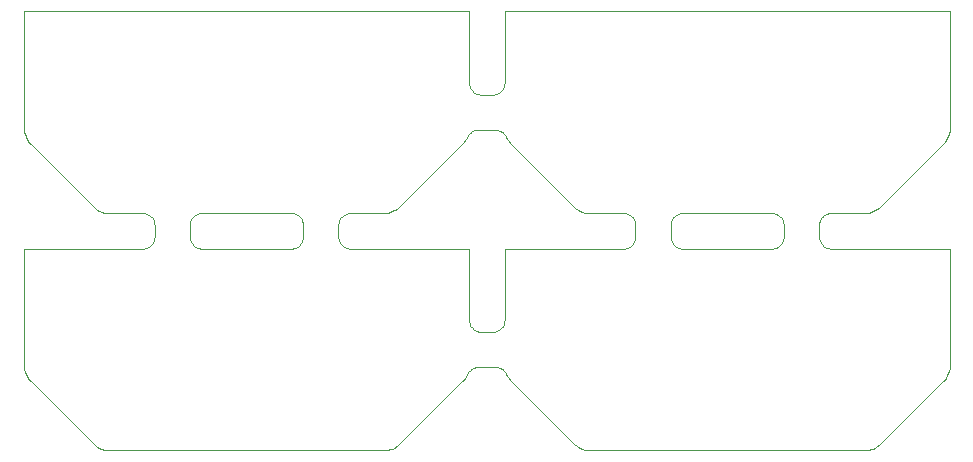
<source format=gbr>
G04 #@! TF.GenerationSoftware,KiCad,Pcbnew,5.1.5+dfsg1-2build2*
G04 #@! TF.CreationDate,2021-02-18T17:25:55-08:00*
G04 #@! TF.ProjectId,panel,70616e65-6c2e-46b6-9963-61645f706362,rev?*
G04 #@! TF.SameCoordinates,Original*
G04 #@! TF.FileFunction,Profile,NP*
%FSLAX46Y46*%
G04 Gerber Fmt 4.6, Leading zero omitted, Abs format (unit mm)*
G04 Created by KiCad (PCBNEW 5.1.5+dfsg1-2build2) date 2021-02-18 17:25:55*
%MOMM*%
%LPD*%
G04 APERTURE LIST*
G04 #@! TA.AperFunction,Profile*
%ADD10C,0.100000*%
G04 #@! TD*
G04 APERTURE END LIST*
D10*
X72644400Y-70082900D02*
X65059100Y-70082900D01*
X72741700Y-70078100D02*
X72644400Y-70082900D01*
X72837800Y-70063900D02*
X72741700Y-70078100D01*
X72932100Y-70040300D02*
X72837800Y-70063900D01*
X73023500Y-70007500D02*
X72932100Y-70040300D01*
X73111400Y-69966000D02*
X73023500Y-70007500D01*
X73194700Y-69916000D02*
X73111400Y-69966000D01*
X73272700Y-69858200D02*
X73194700Y-69916000D01*
X73344700Y-69792900D02*
X73272700Y-69858200D01*
X73410000Y-69720900D02*
X73344700Y-69792900D01*
X73467800Y-69642900D02*
X73410000Y-69720900D01*
X73517800Y-69559600D02*
X73467800Y-69642900D01*
X73559300Y-69471800D02*
X73517800Y-69559600D01*
X73592000Y-69380300D02*
X73559300Y-69471800D01*
X73615600Y-69286000D02*
X73592000Y-69380300D01*
X73629900Y-69189900D02*
X73615600Y-69286000D01*
X73634700Y-69092700D02*
X73629900Y-69189900D01*
X73634700Y-68074000D02*
X73634700Y-69092700D01*
X73629900Y-67976700D02*
X73634700Y-68074000D01*
X73615600Y-67880600D02*
X73629900Y-67976700D01*
X73592000Y-67786400D02*
X73615600Y-67880600D01*
X73559300Y-67694900D02*
X73592000Y-67786400D01*
X73517800Y-67607100D02*
X73559300Y-67694900D01*
X73467900Y-67523800D02*
X73517800Y-67607100D01*
X73410000Y-67445700D02*
X73467900Y-67523800D01*
X73344800Y-67373700D02*
X73410000Y-67445700D01*
X73272800Y-67308500D02*
X73344800Y-67373700D01*
X73194800Y-67250600D02*
X73272800Y-67308500D01*
X73111400Y-67200700D02*
X73194800Y-67250600D01*
X73023600Y-67159100D02*
X73111400Y-67200700D01*
X72932200Y-67126400D02*
X73023600Y-67159100D01*
X72837900Y-67102800D02*
X72932200Y-67126400D01*
X72741900Y-67088500D02*
X72837900Y-67102800D01*
X72644600Y-67083700D02*
X72741900Y-67088500D01*
X65059200Y-67082600D02*
X72644600Y-67083700D01*
X64961900Y-67087300D02*
X65059200Y-67082600D01*
X64865800Y-67101600D02*
X64961900Y-67087300D01*
X64771600Y-67125200D02*
X64865800Y-67101600D01*
X64680100Y-67157900D02*
X64771600Y-67125200D01*
X64592300Y-67199400D02*
X64680100Y-67157900D01*
X64508900Y-67249400D02*
X64592300Y-67199400D01*
X64430900Y-67307200D02*
X64508900Y-67249400D01*
X64358900Y-67372500D02*
X64430900Y-67307200D01*
X64293600Y-67444500D02*
X64358900Y-67372500D01*
X64235700Y-67522500D02*
X64293600Y-67444500D01*
X64185800Y-67605800D02*
X64235700Y-67522500D01*
X64144200Y-67693700D02*
X64185800Y-67605800D01*
X64111500Y-67785200D02*
X64144200Y-67693700D01*
X64087900Y-67879400D02*
X64111500Y-67785200D01*
X64073600Y-67975500D02*
X64087900Y-67879400D01*
X64068800Y-68072800D02*
X64073600Y-67975500D01*
X64068800Y-69092700D02*
X64068800Y-68072800D01*
X64073600Y-69189900D02*
X64068800Y-69092700D01*
X64087900Y-69286000D02*
X64073600Y-69189900D01*
X64111500Y-69380300D02*
X64087900Y-69286000D01*
X64144200Y-69471800D02*
X64111500Y-69380300D01*
X64185700Y-69559600D02*
X64144200Y-69471800D01*
X64235700Y-69642900D02*
X64185700Y-69559600D01*
X64293600Y-69720900D02*
X64235700Y-69642900D01*
X64358800Y-69792900D02*
X64293600Y-69720900D01*
X64430800Y-69858200D02*
X64358800Y-69792900D01*
X64508800Y-69916000D02*
X64430800Y-69858200D01*
X64592200Y-69966000D02*
X64508800Y-69916000D01*
X64680000Y-70007500D02*
X64592200Y-69966000D01*
X64771500Y-70040300D02*
X64680000Y-70007500D01*
X64865700Y-70063900D02*
X64771500Y-70040300D01*
X64961800Y-70078100D02*
X64865700Y-70063900D01*
X65059100Y-70082900D02*
X64961800Y-70078100D01*
X87488100Y-60734200D02*
X87533600Y-60632300D01*
X87381200Y-60919400D02*
X87488100Y-60734200D01*
X87255200Y-61092200D02*
X87381200Y-60919400D01*
X87107900Y-61254900D02*
X87255200Y-61092200D01*
X81868200Y-66494500D02*
X87107900Y-61254900D01*
X81718300Y-66630300D02*
X81868200Y-66494500D01*
X81560100Y-66747600D02*
X81718300Y-66630300D01*
X81402700Y-66842300D02*
X81560100Y-66747600D01*
X81380900Y-66853900D02*
X81402700Y-66842300D01*
X81214600Y-66932300D02*
X81380900Y-66853900D01*
X81041200Y-66994600D02*
X81214600Y-66932300D01*
X81017600Y-67001800D02*
X81041200Y-66994600D01*
X80839200Y-67046200D02*
X81017600Y-67001800D01*
X80645000Y-67075000D02*
X80839200Y-67046200D01*
X80442500Y-67084900D02*
X80645000Y-67075000D01*
X77627100Y-67084500D02*
X80442500Y-67084900D01*
X77529800Y-67089200D02*
X77627100Y-67084500D01*
X77433700Y-67103500D02*
X77529800Y-67089200D01*
X77339400Y-67127100D02*
X77433700Y-67103500D01*
X77247900Y-67159800D02*
X77339400Y-67127100D01*
X77160100Y-67201300D02*
X77247900Y-67159800D01*
X77076800Y-67251300D02*
X77160100Y-67201300D01*
X76998700Y-67309100D02*
X77076800Y-67251300D01*
X76926700Y-67374400D02*
X76998700Y-67309100D01*
X76861500Y-67446400D02*
X76926700Y-67374400D01*
X76803600Y-67524400D02*
X76861500Y-67446400D01*
X76753600Y-67607800D02*
X76803600Y-67524400D01*
X76712100Y-67695600D02*
X76753600Y-67607800D01*
X76679300Y-67787100D02*
X76712100Y-67695600D01*
X76655700Y-67881300D02*
X76679300Y-67787100D01*
X76641500Y-67977400D02*
X76655700Y-67881300D01*
X76636700Y-68074700D02*
X76641500Y-67977400D01*
X76636700Y-69092700D02*
X76636700Y-68074700D01*
X76641500Y-69189900D02*
X76636700Y-69092700D01*
X76655700Y-69286000D02*
X76641500Y-69189900D01*
X76679300Y-69380300D02*
X76655700Y-69286000D01*
X76712100Y-69471800D02*
X76679300Y-69380300D01*
X76753600Y-69559600D02*
X76712100Y-69471800D01*
X76803500Y-69642900D02*
X76753600Y-69559600D01*
X76861400Y-69720900D02*
X76803500Y-69642900D01*
X76926700Y-69792900D02*
X76861400Y-69720900D01*
X76998600Y-69858200D02*
X76926700Y-69792900D01*
X77076700Y-69916000D02*
X76998600Y-69858200D01*
X77160000Y-69966000D02*
X77076700Y-69916000D01*
X77247800Y-70007500D02*
X77160000Y-69966000D01*
X77339300Y-70040300D02*
X77247800Y-70007500D01*
X77433500Y-70063900D02*
X77339300Y-70040300D01*
X77529600Y-70078100D02*
X77433500Y-70063900D01*
X77626900Y-70082900D02*
X77529600Y-70078100D01*
X87686000Y-70082900D02*
X77626900Y-70082900D01*
X87694000Y-70084400D02*
X87686000Y-70082900D01*
X87698500Y-70089400D02*
X87694000Y-70084400D01*
X87699600Y-70096500D02*
X87698500Y-70089400D01*
X87702600Y-76135100D02*
X87699600Y-70096500D01*
X87707400Y-76232400D02*
X87702600Y-76135100D01*
X87721700Y-76328400D02*
X87707400Y-76232400D01*
X87745400Y-76422600D02*
X87721700Y-76328400D01*
X87778100Y-76514100D02*
X87745400Y-76422600D01*
X87819700Y-76601800D02*
X87778100Y-76514100D01*
X87869600Y-76685100D02*
X87819700Y-76601800D01*
X87927500Y-76763100D02*
X87869600Y-76685100D01*
X87992700Y-76835100D02*
X87927500Y-76763100D01*
X88064700Y-76900300D02*
X87992700Y-76835100D01*
X88142700Y-76958100D02*
X88064700Y-76900300D01*
X88226100Y-77008000D02*
X88142700Y-76958100D01*
X88313900Y-77049500D02*
X88226100Y-77008000D01*
X88405300Y-77082300D02*
X88313900Y-77049500D01*
X88499500Y-77105800D02*
X88405300Y-77082300D01*
X88595600Y-77120100D02*
X88499500Y-77105800D01*
X88692800Y-77124900D02*
X88595600Y-77120100D01*
X89712800Y-77124900D02*
X88692800Y-77124900D01*
X89810100Y-77120100D02*
X89712800Y-77124900D01*
X89906200Y-77105800D02*
X89810100Y-77120100D01*
X90000400Y-77082200D02*
X89906200Y-77105800D01*
X90091900Y-77049500D02*
X90000400Y-77082200D01*
X90179700Y-77008000D02*
X90091900Y-77049500D01*
X90263000Y-76958000D02*
X90179700Y-77008000D01*
X90341100Y-76900200D02*
X90263000Y-76958000D01*
X90413100Y-76834900D02*
X90341100Y-76900200D01*
X90478300Y-76763000D02*
X90413100Y-76834900D01*
X90536200Y-76685000D02*
X90478300Y-76763000D01*
X90586100Y-76601600D02*
X90536200Y-76685000D01*
X90627700Y-76513800D02*
X90586100Y-76601600D01*
X90660400Y-76422400D02*
X90627700Y-76513800D01*
X90684000Y-76328100D02*
X90660400Y-76422400D01*
X90698300Y-76232000D02*
X90684000Y-76328100D01*
X90703100Y-76134800D02*
X90698300Y-76232000D01*
X90704000Y-70096500D02*
X90703100Y-76134800D01*
X90705100Y-70089400D02*
X90704000Y-70096500D01*
X90708800Y-70084900D02*
X90705100Y-70089400D01*
X90717600Y-70082900D02*
X90708800Y-70084900D01*
X100780100Y-70082900D02*
X90717600Y-70082900D01*
X100877400Y-70078100D02*
X100780100Y-70082900D01*
X100973500Y-70063900D02*
X100877400Y-70078100D01*
X101067700Y-70040300D02*
X100973500Y-70063900D01*
X101159200Y-70007500D02*
X101067700Y-70040300D01*
X101247000Y-69966000D02*
X101159200Y-70007500D01*
X101330400Y-69916000D02*
X101247000Y-69966000D01*
X101408400Y-69858200D02*
X101330400Y-69916000D01*
X101480400Y-69792900D02*
X101408400Y-69858200D01*
X101545600Y-69720900D02*
X101480400Y-69792900D01*
X101603500Y-69642900D02*
X101545600Y-69720900D01*
X101653500Y-69559600D02*
X101603500Y-69642900D01*
X101695000Y-69471800D02*
X101653500Y-69559600D01*
X101727700Y-69380300D02*
X101695000Y-69471800D01*
X101751300Y-69286000D02*
X101727700Y-69380300D01*
X101765600Y-69189900D02*
X101751300Y-69286000D01*
X101770400Y-69092700D02*
X101765600Y-69189900D01*
X101770400Y-68072100D02*
X101770400Y-69092700D01*
X101765600Y-67974800D02*
X101770400Y-68072100D01*
X101751300Y-67878700D02*
X101765600Y-67974800D01*
X101727700Y-67784500D02*
X101751300Y-67878700D01*
X101695000Y-67693000D02*
X101727700Y-67784500D01*
X101653500Y-67605200D02*
X101695000Y-67693000D01*
X101603500Y-67521900D02*
X101653500Y-67605200D01*
X101545700Y-67443800D02*
X101603500Y-67521900D01*
X101480400Y-67371800D02*
X101545700Y-67443800D01*
X101408500Y-67306600D02*
X101480400Y-67371800D01*
X101330400Y-67248700D02*
X101408500Y-67306600D01*
X101247100Y-67198800D02*
X101330400Y-67248700D01*
X101159300Y-67157200D02*
X101247100Y-67198800D01*
X101067900Y-67124500D02*
X101159300Y-67157200D01*
X100973600Y-67100900D02*
X101067900Y-67124500D01*
X100877500Y-67086600D02*
X100973600Y-67100900D01*
X100780300Y-67081800D02*
X100877500Y-67086600D01*
X97956900Y-67081400D02*
X100780300Y-67081800D01*
X97725700Y-67068300D02*
X97956900Y-67081400D01*
X97504700Y-67030700D02*
X97725700Y-67068300D01*
X97289200Y-66968600D02*
X97504700Y-67030700D01*
X97082000Y-66882800D02*
X97289200Y-66968600D01*
X96885800Y-66774300D02*
X97082000Y-66882800D01*
X96702900Y-66644500D02*
X96885800Y-66774300D01*
X96530600Y-66490600D02*
X96702900Y-66644500D01*
X91289100Y-61251500D02*
X96530600Y-66490600D01*
X91157000Y-61105500D02*
X91289100Y-61251500D01*
X91040000Y-60947700D02*
X91157000Y-61105500D01*
X90939300Y-60779700D02*
X91040000Y-60947700D01*
X90858600Y-60609800D02*
X90939300Y-60779700D01*
X90810400Y-60520200D02*
X90858600Y-60609800D01*
X90753400Y-60436100D02*
X90810400Y-60520200D01*
X90688100Y-60358300D02*
X90753400Y-60436100D01*
X90615100Y-60287600D02*
X90688100Y-60358300D01*
X90535400Y-60224800D02*
X90615100Y-60287600D01*
X90449500Y-60170500D02*
X90535400Y-60224800D01*
X90358600Y-60125200D02*
X90449500Y-60170500D01*
X90263600Y-60089500D02*
X90358600Y-60125200D01*
X90165300Y-60063800D02*
X90263600Y-60089500D01*
X90065000Y-60048200D02*
X90165300Y-60063800D01*
X89963300Y-60043000D02*
X90065000Y-60048200D01*
X88439200Y-60043000D02*
X89963300Y-60043000D01*
X88343900Y-60047500D02*
X88439200Y-60043000D01*
X88249700Y-60061200D02*
X88343900Y-60047500D01*
X88157300Y-60083900D02*
X88249700Y-60061200D01*
X88067400Y-60115300D02*
X88157300Y-60083900D01*
X87981000Y-60155200D02*
X88067400Y-60115300D01*
X87898900Y-60203200D02*
X87981000Y-60155200D01*
X87821700Y-60258900D02*
X87898900Y-60203200D01*
X87750200Y-60321800D02*
X87821700Y-60258900D01*
X87685100Y-60391200D02*
X87750200Y-60321800D01*
X87627000Y-60466500D02*
X87685100Y-60391200D01*
X87576400Y-60547100D02*
X87627000Y-60466500D01*
X87533600Y-60632300D02*
X87576400Y-60547100D01*
X113348000Y-70082900D02*
X105762600Y-70082900D01*
X113445200Y-70078100D02*
X113348000Y-70082900D01*
X113541300Y-70063900D02*
X113445200Y-70078100D01*
X113635600Y-70040300D02*
X113541300Y-70063900D01*
X113727100Y-70007500D02*
X113635600Y-70040300D01*
X113814900Y-69966000D02*
X113727100Y-70007500D01*
X113898200Y-69916000D02*
X113814900Y-69966000D01*
X113976200Y-69858200D02*
X113898200Y-69916000D01*
X114048200Y-69792900D02*
X113976200Y-69858200D01*
X114113500Y-69720900D02*
X114048200Y-69792900D01*
X114171300Y-69642900D02*
X114113500Y-69720900D01*
X114221300Y-69559600D02*
X114171300Y-69642900D01*
X114262800Y-69471800D02*
X114221300Y-69559600D01*
X114295600Y-69380300D02*
X114262800Y-69471800D01*
X114319200Y-69286000D02*
X114295600Y-69380300D01*
X114333400Y-69189900D02*
X114319200Y-69286000D01*
X114338200Y-69092700D02*
X114333400Y-69189900D01*
X114338200Y-68074000D02*
X114338200Y-69092700D01*
X114333400Y-67976700D02*
X114338200Y-68074000D01*
X114319200Y-67880600D02*
X114333400Y-67976700D01*
X114295600Y-67786400D02*
X114319200Y-67880600D01*
X114262800Y-67694900D02*
X114295600Y-67786400D01*
X114221300Y-67607100D02*
X114262800Y-67694900D01*
X114171400Y-67523800D02*
X114221300Y-67607100D01*
X114113500Y-67445700D02*
X114171400Y-67523800D01*
X114048300Y-67373700D02*
X114113500Y-67445700D01*
X113976300Y-67308500D02*
X114048300Y-67373700D01*
X113898300Y-67250600D02*
X113976300Y-67308500D01*
X113815000Y-67200700D02*
X113898300Y-67250600D01*
X113727200Y-67159100D02*
X113815000Y-67200700D01*
X113635700Y-67126400D02*
X113727200Y-67159100D01*
X113541500Y-67102800D02*
X113635700Y-67126400D01*
X113445400Y-67088500D02*
X113541500Y-67102800D01*
X113348100Y-67083700D02*
X113445400Y-67088500D01*
X105762800Y-67082600D02*
X113348100Y-67083700D01*
X105665500Y-67087300D02*
X105762800Y-67082600D01*
X105569400Y-67101600D02*
X105665500Y-67087300D01*
X105475100Y-67125200D02*
X105569400Y-67101600D01*
X105383600Y-67157900D02*
X105475100Y-67125200D01*
X105295800Y-67199400D02*
X105383600Y-67157900D01*
X105212400Y-67249400D02*
X105295800Y-67199400D01*
X105134400Y-67307200D02*
X105212400Y-67249400D01*
X105062400Y-67372500D02*
X105134400Y-67307200D01*
X104997100Y-67444500D02*
X105062400Y-67372500D01*
X104939200Y-67522500D02*
X104997100Y-67444500D01*
X104889300Y-67605800D02*
X104939200Y-67522500D01*
X104847700Y-67693700D02*
X104889300Y-67605800D01*
X104815000Y-67785200D02*
X104847700Y-67693700D01*
X104791400Y-67879400D02*
X104815000Y-67785200D01*
X104777100Y-67975500D02*
X104791400Y-67879400D01*
X104772400Y-68072800D02*
X104777100Y-67975500D01*
X104772400Y-69092700D02*
X104772400Y-68072800D01*
X104777100Y-69189900D02*
X104772400Y-69092700D01*
X104791400Y-69286000D02*
X104777100Y-69189900D01*
X104815000Y-69380300D02*
X104791400Y-69286000D01*
X104847700Y-69471800D02*
X104815000Y-69380300D01*
X104889300Y-69559600D02*
X104847700Y-69471800D01*
X104939200Y-69642900D02*
X104889300Y-69559600D01*
X104997100Y-69720900D02*
X104939200Y-69642900D01*
X105062300Y-69792900D02*
X104997100Y-69720900D01*
X105134300Y-69858200D02*
X105062300Y-69792900D01*
X105212400Y-69916000D02*
X105134300Y-69858200D01*
X105295700Y-69966000D02*
X105212400Y-69916000D01*
X105383500Y-70007500D02*
X105295700Y-69966000D01*
X105475000Y-70040300D02*
X105383500Y-70007500D01*
X105569200Y-70063900D02*
X105475000Y-70040300D01*
X105665300Y-70078100D02*
X105569200Y-70063900D01*
X105762600Y-70082900D02*
X105665300Y-70078100D01*
X50001300Y-50006400D02*
X50000500Y-50011600D01*
X50003800Y-50002300D02*
X50001300Y-50006400D01*
X50007900Y-49999800D02*
X50003800Y-50002300D01*
X50014100Y-49999000D02*
X50007900Y-49999800D01*
X87691200Y-49999500D02*
X50014100Y-49999000D01*
X87697600Y-50003800D02*
X87691200Y-49999500D01*
X87699600Y-50012600D02*
X87697600Y-50003800D01*
X87702600Y-56051200D02*
X87699600Y-50012600D01*
X87707400Y-56148400D02*
X87702600Y-56051200D01*
X87721700Y-56244500D02*
X87707400Y-56148400D01*
X87745400Y-56338700D02*
X87721700Y-56244500D01*
X87778100Y-56430100D02*
X87745400Y-56338700D01*
X87819700Y-56517900D02*
X87778100Y-56430100D01*
X87869600Y-56601200D02*
X87819700Y-56517900D01*
X87927500Y-56679200D02*
X87869600Y-56601200D01*
X87992700Y-56751200D02*
X87927500Y-56679200D01*
X88064700Y-56816400D02*
X87992700Y-56751200D01*
X88142700Y-56874200D02*
X88064700Y-56816400D01*
X88226100Y-56924100D02*
X88142700Y-56874200D01*
X88313900Y-56965600D02*
X88226100Y-56924100D01*
X88405300Y-56998300D02*
X88313900Y-56965600D01*
X88499500Y-57021900D02*
X88405300Y-56998300D01*
X88595600Y-57036200D02*
X88499500Y-57021900D01*
X88692800Y-57041000D02*
X88595600Y-57036200D01*
X89712800Y-57041000D02*
X88692800Y-57041000D01*
X89810100Y-57036200D02*
X89712800Y-57041000D01*
X89906200Y-57021900D02*
X89810100Y-57036200D01*
X90000400Y-56998300D02*
X89906200Y-57021900D01*
X90091900Y-56965600D02*
X90000400Y-56998300D01*
X90179700Y-56924100D02*
X90091900Y-56965600D01*
X90263000Y-56874100D02*
X90179700Y-56924100D01*
X90341100Y-56816300D02*
X90263000Y-56874100D01*
X90413100Y-56751000D02*
X90341100Y-56816300D01*
X90478300Y-56679100D02*
X90413100Y-56751000D01*
X90536200Y-56601000D02*
X90478300Y-56679100D01*
X90586100Y-56517700D02*
X90536200Y-56601000D01*
X90627700Y-56429900D02*
X90586100Y-56517700D01*
X90660400Y-56338500D02*
X90627700Y-56429900D01*
X90684000Y-56244200D02*
X90660400Y-56338500D01*
X90698300Y-56148100D02*
X90684000Y-56244200D01*
X90703100Y-56050900D02*
X90698300Y-56148100D01*
X90704000Y-50012600D02*
X90703100Y-56050900D01*
X90706000Y-50003800D02*
X90704000Y-50012600D01*
X90712400Y-49999500D02*
X90706000Y-50003800D01*
X128389500Y-49999000D02*
X90712400Y-49999500D01*
X128396600Y-50000100D02*
X128389500Y-49999000D01*
X128401600Y-50004600D02*
X128396600Y-50000100D01*
X128403100Y-50012600D02*
X128401600Y-50004600D01*
X128407700Y-59912500D02*
X128403100Y-50012600D01*
X128386800Y-60125800D02*
X128407700Y-59912500D01*
X128346700Y-60321800D02*
X128386800Y-60125800D01*
X128339900Y-60347700D02*
X128346700Y-60321800D01*
X128278400Y-60538200D02*
X128339900Y-60347700D01*
X128197500Y-60721900D02*
X128278400Y-60538200D01*
X128185400Y-60745700D02*
X128197500Y-60721900D01*
X128091700Y-60908000D02*
X128185400Y-60745700D01*
X128077300Y-60930100D02*
X128091700Y-60908000D01*
X127959100Y-61091700D02*
X128077300Y-60930100D01*
X127811300Y-61254900D02*
X127959100Y-61091700D01*
X122571700Y-66494500D02*
X127811300Y-61254900D01*
X122421800Y-66630300D02*
X122571700Y-66494500D01*
X122263700Y-66747600D02*
X122421800Y-66630300D01*
X122106200Y-66842300D02*
X122263700Y-66747600D01*
X122084400Y-66853900D02*
X122106200Y-66842300D01*
X121918100Y-66932300D02*
X122084400Y-66853900D01*
X121744700Y-66994600D02*
X121918100Y-66932300D01*
X121721100Y-67001800D02*
X121744700Y-66994600D01*
X121542700Y-67046200D02*
X121721100Y-67001800D01*
X121348000Y-67075000D02*
X121542700Y-67046200D01*
X121146000Y-67084900D02*
X121348000Y-67075000D01*
X118330600Y-67084500D02*
X121146000Y-67084900D01*
X118233300Y-67089200D02*
X118330600Y-67084500D01*
X118137200Y-67103500D02*
X118233300Y-67089200D01*
X118042900Y-67127100D02*
X118137200Y-67103500D01*
X117951500Y-67159800D02*
X118042900Y-67127100D01*
X117863600Y-67201300D02*
X117951500Y-67159800D01*
X117780300Y-67251300D02*
X117863600Y-67201300D01*
X117702200Y-67309100D02*
X117780300Y-67251300D01*
X117630200Y-67374400D02*
X117702200Y-67309100D01*
X117565000Y-67446400D02*
X117630200Y-67374400D01*
X117507100Y-67524400D02*
X117565000Y-67446400D01*
X117457100Y-67607800D02*
X117507100Y-67524400D01*
X117415600Y-67695600D02*
X117457100Y-67607800D01*
X117382800Y-67787100D02*
X117415600Y-67695600D01*
X117359200Y-67881300D02*
X117382800Y-67787100D01*
X117345000Y-67977400D02*
X117359200Y-67881300D01*
X117340200Y-68074700D02*
X117345000Y-67977400D01*
X117340200Y-69092700D02*
X117340200Y-68074700D01*
X117345000Y-69189900D02*
X117340200Y-69092700D01*
X117359200Y-69286000D02*
X117345000Y-69189900D01*
X117382800Y-69380300D02*
X117359200Y-69286000D01*
X117415600Y-69471800D02*
X117382800Y-69380300D01*
X117457100Y-69559600D02*
X117415600Y-69471800D01*
X117507100Y-69642900D02*
X117457100Y-69559600D01*
X117564900Y-69720900D02*
X117507100Y-69642900D01*
X117630200Y-69792900D02*
X117564900Y-69720900D01*
X117702200Y-69858200D02*
X117630200Y-69792900D01*
X117780200Y-69916000D02*
X117702200Y-69858200D01*
X117863500Y-69966000D02*
X117780200Y-69916000D01*
X117951300Y-70007500D02*
X117863500Y-69966000D01*
X118042800Y-70040300D02*
X117951300Y-70007500D01*
X118137100Y-70063900D02*
X118042800Y-70040300D01*
X118233200Y-70078100D02*
X118137100Y-70063900D01*
X118330400Y-70082900D02*
X118233200Y-70078100D01*
X128389500Y-70082900D02*
X118330400Y-70082900D01*
X128396600Y-70084000D02*
X128389500Y-70082900D01*
X128400500Y-70086900D02*
X128396600Y-70084000D01*
X128403100Y-70096500D02*
X128400500Y-70086900D01*
X128408000Y-79984300D02*
X128403100Y-70096500D01*
X128406800Y-80008900D02*
X128408000Y-79984300D01*
X128388500Y-80196100D02*
X128406800Y-80008900D01*
X128384500Y-80222500D02*
X128388500Y-80196100D01*
X128343500Y-80419100D02*
X128384500Y-80222500D01*
X128278200Y-80622600D02*
X128343500Y-80419100D01*
X128191800Y-80817700D02*
X128278200Y-80622600D01*
X128085000Y-81002900D02*
X128191800Y-80817700D01*
X127959100Y-81175700D02*
X128085000Y-81002900D01*
X127815500Y-81334500D02*
X127959100Y-81175700D01*
X122567200Y-86582800D02*
X127815500Y-81334500D01*
X122421400Y-86714600D02*
X122567200Y-86582800D01*
X122264100Y-86831200D02*
X122421400Y-86714600D01*
X122095600Y-86932200D02*
X122264100Y-86831200D01*
X121929200Y-87011300D02*
X122095600Y-86932200D01*
X121906400Y-87020700D02*
X121929200Y-87011300D01*
X121744700Y-87078500D02*
X121906400Y-87020700D01*
X121721100Y-87085700D02*
X121744700Y-87078500D01*
X121542300Y-87130200D02*
X121721100Y-87085700D01*
X121348000Y-87158900D02*
X121542300Y-87130200D01*
X121146000Y-87168800D02*
X121348000Y-87158900D01*
X97956900Y-87165300D02*
X121146000Y-87168800D01*
X97726300Y-87152300D02*
X97956900Y-87165300D01*
X97505200Y-87114800D02*
X97726300Y-87152300D01*
X97289200Y-87052500D02*
X97505200Y-87114800D01*
X97095200Y-86972600D02*
X97289200Y-87052500D01*
X97069800Y-86960400D02*
X97095200Y-86972600D01*
X96886200Y-86858500D02*
X97069800Y-86960400D01*
X96714400Y-86737100D02*
X96886200Y-86858500D01*
X96692400Y-86719600D02*
X96714400Y-86737100D01*
X96535800Y-86579500D02*
X96692400Y-86719600D01*
X91289100Y-81335400D02*
X96535800Y-86579500D01*
X91157000Y-81189400D02*
X91289100Y-81335400D01*
X91040300Y-81032100D02*
X91157000Y-81189400D01*
X90939300Y-80863600D02*
X91040300Y-81032100D01*
X90858600Y-80693800D02*
X90939300Y-80863600D01*
X90810400Y-80604100D02*
X90858600Y-80693800D01*
X90753400Y-80520000D02*
X90810400Y-80604100D01*
X90688100Y-80442200D02*
X90753400Y-80520000D01*
X90615100Y-80371600D02*
X90688100Y-80442200D01*
X90535400Y-80308700D02*
X90615100Y-80371600D01*
X90449500Y-80254400D02*
X90535400Y-80308700D01*
X90358600Y-80209100D02*
X90449500Y-80254400D01*
X90263600Y-80173400D02*
X90358600Y-80209100D01*
X90165300Y-80147700D02*
X90263600Y-80173400D01*
X90065000Y-80132100D02*
X90165300Y-80147700D01*
X89963300Y-80126900D02*
X90065000Y-80132100D01*
X88439200Y-80126900D02*
X89963300Y-80126900D01*
X88343900Y-80131500D02*
X88439200Y-80126900D01*
X88249700Y-80145100D02*
X88343900Y-80131500D01*
X88157300Y-80167800D02*
X88249700Y-80145100D01*
X88067400Y-80199200D02*
X88157300Y-80167800D01*
X87981000Y-80239100D02*
X88067400Y-80199200D01*
X87898900Y-80287100D02*
X87981000Y-80239100D01*
X87821700Y-80342800D02*
X87898900Y-80287100D01*
X87750200Y-80405700D02*
X87821700Y-80342800D01*
X87685100Y-80475100D02*
X87750200Y-80405700D01*
X87627000Y-80550400D02*
X87685100Y-80475100D01*
X87576400Y-80631000D02*
X87627000Y-80550400D01*
X87533600Y-80716300D02*
X87576400Y-80631000D01*
X87488100Y-80818100D02*
X87533600Y-80716300D01*
X87381200Y-81003300D02*
X87488100Y-80818100D01*
X87255600Y-81175700D02*
X87381200Y-81003300D01*
X87112000Y-81334500D02*
X87255600Y-81175700D01*
X81863800Y-86582600D02*
X87112000Y-81334500D01*
X81718300Y-86714300D02*
X81863800Y-86582600D01*
X81570500Y-86824300D02*
X81718300Y-86714300D01*
X81550000Y-86838000D02*
X81570500Y-86824300D01*
X81391700Y-86932400D02*
X81550000Y-86838000D01*
X81214600Y-87016200D02*
X81391700Y-86932400D01*
X81041200Y-87078500D02*
X81214600Y-87016200D01*
X81017600Y-87085700D02*
X81041200Y-87078500D01*
X80839200Y-87130100D02*
X81017600Y-87085700D01*
X80644500Y-87158900D02*
X80839200Y-87130100D01*
X80442500Y-87168800D02*
X80644500Y-87158900D01*
X57253400Y-87165300D02*
X80442500Y-87168800D01*
X57022800Y-87152300D02*
X57253400Y-87165300D01*
X56815300Y-87117500D02*
X57022800Y-87152300D01*
X56787800Y-87111200D02*
X56815300Y-87117500D01*
X56599400Y-87056900D02*
X56787800Y-87111200D01*
X56573100Y-87047700D02*
X56599400Y-87056900D01*
X56378500Y-86966700D02*
X56573100Y-87047700D01*
X56182200Y-86858200D02*
X56378500Y-86966700D01*
X55999400Y-86728400D02*
X56182200Y-86858200D01*
X55827100Y-86574600D02*
X55999400Y-86728400D01*
X50585500Y-81335400D02*
X55827100Y-86574600D01*
X50453500Y-81189400D02*
X50585500Y-81335400D01*
X50336500Y-81031700D02*
X50453500Y-81189400D01*
X50235500Y-80863200D02*
X50336500Y-81031700D01*
X50151500Y-80685600D02*
X50235500Y-80863200D01*
X50085500Y-80501100D02*
X50151500Y-80685600D01*
X50037800Y-80310500D02*
X50085500Y-80501100D01*
X50008900Y-80116200D02*
X50037800Y-80310500D01*
X49999100Y-79919700D02*
X50008900Y-80116200D01*
X50001000Y-70091300D02*
X49999100Y-79919700D01*
X50005300Y-70084900D02*
X50001000Y-70091300D01*
X50014100Y-70082900D02*
X50005300Y-70084900D01*
X60076600Y-70082900D02*
X50014100Y-70082900D01*
X60173900Y-70078100D02*
X60076600Y-70082900D01*
X60270000Y-70063900D02*
X60173900Y-70078100D01*
X60364200Y-70040300D02*
X60270000Y-70063900D01*
X60455700Y-70007500D02*
X60364200Y-70040300D01*
X60543500Y-69966000D02*
X60455700Y-70007500D01*
X60626800Y-69916000D02*
X60543500Y-69966000D01*
X60704900Y-69858200D02*
X60626800Y-69916000D01*
X60776900Y-69792900D02*
X60704900Y-69858200D01*
X60842100Y-69720900D02*
X60776900Y-69792900D01*
X60900000Y-69642900D02*
X60842100Y-69720900D01*
X60949900Y-69559600D02*
X60900000Y-69642900D01*
X60991500Y-69471800D02*
X60949900Y-69559600D01*
X61024200Y-69380300D02*
X60991500Y-69471800D01*
X61047800Y-69286000D02*
X61024200Y-69380300D01*
X61062100Y-69189900D02*
X61047800Y-69286000D01*
X61066800Y-69092700D02*
X61062100Y-69189900D01*
X61066800Y-68072100D02*
X61066800Y-69092700D01*
X61062100Y-67974800D02*
X61066800Y-68072100D01*
X61047800Y-67878700D02*
X61062100Y-67974800D01*
X61024200Y-67784500D02*
X61047800Y-67878700D01*
X60991500Y-67693000D02*
X61024200Y-67784500D01*
X60950000Y-67605200D02*
X60991500Y-67693000D01*
X60900000Y-67521900D02*
X60950000Y-67605200D01*
X60842200Y-67443800D02*
X60900000Y-67521900D01*
X60776900Y-67371800D02*
X60842200Y-67443800D01*
X60704900Y-67306600D02*
X60776900Y-67371800D01*
X60626900Y-67248700D02*
X60704900Y-67306600D01*
X60543600Y-67198800D02*
X60626900Y-67248700D01*
X60455800Y-67157200D02*
X60543600Y-67198800D01*
X60364300Y-67124500D02*
X60455800Y-67157200D01*
X60270100Y-67100900D02*
X60364300Y-67124500D01*
X60174000Y-67086600D02*
X60270100Y-67100900D01*
X60076700Y-67081800D02*
X60174000Y-67086600D01*
X57253400Y-67081400D02*
X60076700Y-67081800D01*
X57036300Y-67069600D02*
X57253400Y-67081400D01*
X57008600Y-67066400D02*
X57036300Y-67069600D01*
X56801700Y-67030900D02*
X57008600Y-67066400D01*
X56586200Y-66968800D02*
X56801700Y-67030900D01*
X56379000Y-66883000D02*
X56586200Y-66968800D01*
X56182200Y-66774300D02*
X56379000Y-66883000D01*
X55999400Y-66644500D02*
X56182200Y-66774300D01*
X55827100Y-66490700D02*
X55999400Y-66644500D01*
X50589800Y-61255800D02*
X55827100Y-66490700D01*
X50453500Y-61105500D02*
X50589800Y-61255800D01*
X50343800Y-60958100D02*
X50453500Y-61105500D01*
X50330200Y-60937800D02*
X50343800Y-60958100D01*
X50235700Y-60779700D02*
X50330200Y-60937800D01*
X50156600Y-60613200D02*
X50235700Y-60779700D01*
X50147200Y-60590400D02*
X50156600Y-60613200D01*
X50085400Y-60416700D02*
X50147200Y-60590400D01*
X50040400Y-60238500D02*
X50085400Y-60416700D01*
X50035600Y-60214300D02*
X50040400Y-60238500D01*
X50008900Y-60031800D02*
X50035600Y-60214300D01*
X49999100Y-59836000D02*
X50008900Y-60031800D01*
X50000500Y-50011600D02*
X49999100Y-59836000D01*
M02*

</source>
